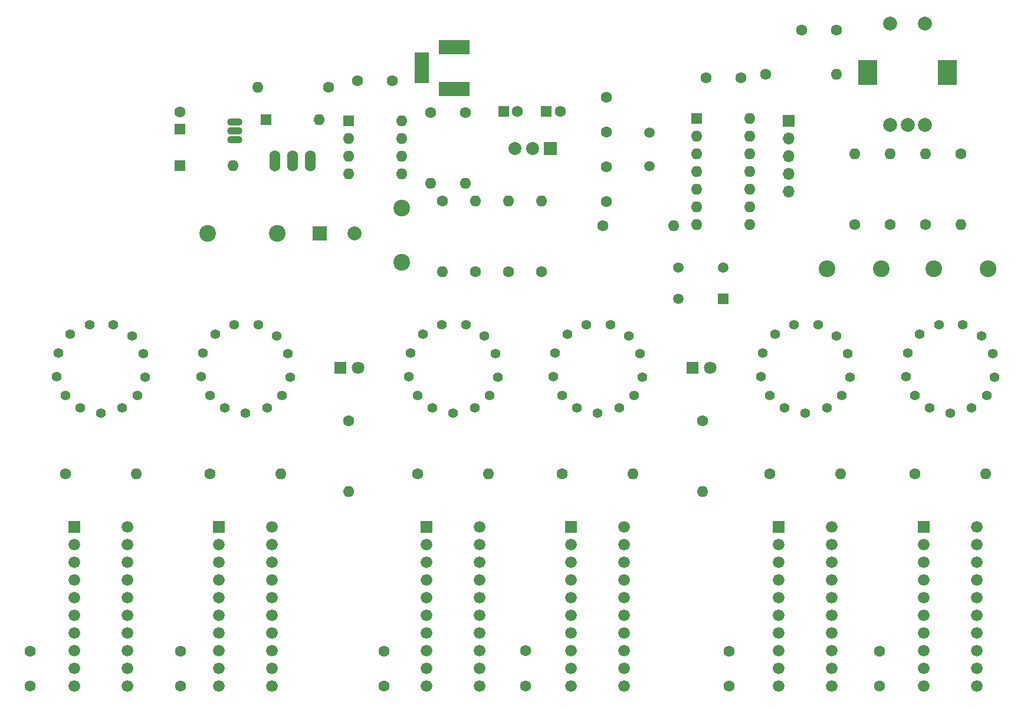
<source format=gbr>
%TF.GenerationSoftware,KiCad,Pcbnew,(6.0.1)*%
%TF.CreationDate,2022-04-13T12:15:00-04:00*%
%TF.ProjectId,Nixie Clock,4e697869-6520-4436-9c6f-636b2e6b6963,rev?*%
%TF.SameCoordinates,Original*%
%TF.FileFunction,Soldermask,Bot*%
%TF.FilePolarity,Negative*%
%FSLAX46Y46*%
G04 Gerber Fmt 4.6, Leading zero omitted, Abs format (unit mm)*
G04 Created by KiCad (PCBNEW (6.0.1)) date 2022-04-13 12:15:00*
%MOMM*%
%LPD*%
G01*
G04 APERTURE LIST*
%ADD10R,1.676400X1.676400*%
%ADD11C,1.676400*%
%ADD12R,1.700000X1.700000*%
%ADD13O,1.700000X1.700000*%
%ADD14C,1.408000*%
%ADD15C,1.600000*%
%ADD16O,1.600000X1.600000*%
%ADD17C,1.500000*%
%ADD18R,1.600000X1.600000*%
%ADD19R,1.800000X1.800000*%
%ADD20C,1.800000*%
%ADD21O,2.200000X1.100000*%
%ADD22C,2.400000*%
%ADD23R,1.860000X1.860000*%
%ADD24C,1.860000*%
%ADD25R,1.498000X1.498000*%
%ADD26C,1.498000*%
%ADD27C,2.000000*%
%ADD28R,2.800000X3.600000*%
%ADD29R,2.000000X2.000000*%
%ADD30O,1.524000X3.048000*%
%ADD31R,2.000000X4.500000*%
%ADD32R,4.500000X2.000000*%
G04 APERTURE END LIST*
D10*
%TO.C,U6*%
X153670000Y-115570000D03*
D11*
X153670000Y-118110000D03*
X153670000Y-120650000D03*
X153670000Y-123190000D03*
X153670000Y-125730000D03*
X153670000Y-128270000D03*
X153670000Y-130810000D03*
X153670000Y-133350000D03*
X153670000Y-135890000D03*
X153670000Y-138430000D03*
X161290000Y-138430000D03*
X161290000Y-135890000D03*
X161290000Y-133350000D03*
X161290000Y-130810000D03*
X161290000Y-128270000D03*
X161290000Y-125730000D03*
X161290000Y-123190000D03*
X161290000Y-120650000D03*
X161290000Y-118110000D03*
X161290000Y-115570000D03*
%TD*%
D12*
%TO.C,J2*%
X184900000Y-57225000D03*
D13*
X184900000Y-59765000D03*
X184900000Y-62305000D03*
X184900000Y-64845000D03*
X184900000Y-67385000D03*
%TD*%
D10*
%TO.C,U5*%
X183473884Y-115570000D03*
D11*
X183473884Y-118110000D03*
X183473884Y-120650000D03*
X183473884Y-123190000D03*
X183473884Y-125730000D03*
X183473884Y-128270000D03*
X183473884Y-130810000D03*
X183473884Y-133350000D03*
X183473884Y-135890000D03*
X183473884Y-138430000D03*
X191093884Y-138430000D03*
X191093884Y-135890000D03*
X191093884Y-133350000D03*
X191093884Y-130810000D03*
X191093884Y-128270000D03*
X191093884Y-125730000D03*
X191093884Y-123190000D03*
X191093884Y-120650000D03*
X191093884Y-118110000D03*
X191093884Y-115570000D03*
%TD*%
D14*
%TO.C,TBE3*%
X187283884Y-99187000D03*
X190387884Y-98462000D03*
X192515884Y-96683000D03*
X193676884Y-94017000D03*
X193372884Y-90647000D03*
X191752884Y-88116000D03*
X189105884Y-86497000D03*
X185662884Y-86467000D03*
X182935884Y-87864000D03*
X181163884Y-90556000D03*
X180933884Y-93980000D03*
X182203884Y-96647000D03*
X184305884Y-98435000D03*
%TD*%
D15*
%TO.C,R14*%
X202974632Y-107950000D03*
D16*
X213134632Y-107950000D03*
%TD*%
D17*
%TO.C,Y1*%
X164900000Y-58850000D03*
X164900000Y-63730000D03*
%TD*%
D15*
%TO.C,R22*%
X152400000Y-107950000D03*
D16*
X162560000Y-107950000D03*
%TD*%
D14*
%TO.C,TBE4*%
X106905374Y-99187000D03*
X110009374Y-98462000D03*
X112137374Y-96683000D03*
X113298374Y-94017000D03*
X112994374Y-90647000D03*
X111374374Y-88116000D03*
X108727374Y-86497000D03*
X105284374Y-86467000D03*
X102557374Y-87864000D03*
X100785374Y-90556000D03*
X100555374Y-93980000D03*
X101825374Y-96647000D03*
X103927374Y-98435000D03*
%TD*%
D18*
%TO.C,C1*%
X143944888Y-55800000D03*
D15*
X145944888Y-55800000D03*
%TD*%
%TO.C,R4*%
X149400000Y-78880000D03*
D16*
X149400000Y-68720000D03*
%TD*%
D10*
%TO.C,U4*%
X204244632Y-115570000D03*
D11*
X204244632Y-118110000D03*
X204244632Y-120650000D03*
X204244632Y-123190000D03*
X204244632Y-125730000D03*
X204244632Y-128270000D03*
X204244632Y-130810000D03*
X204244632Y-133350000D03*
X204244632Y-135890000D03*
X204244632Y-138430000D03*
X211864632Y-138430000D03*
X211864632Y-135890000D03*
X211864632Y-133350000D03*
X211864632Y-130810000D03*
X211864632Y-128270000D03*
X211864632Y-125730000D03*
X211864632Y-123190000D03*
X211864632Y-120650000D03*
X211864632Y-118110000D03*
X211864632Y-115570000D03*
%TD*%
D10*
%TO.C,U7*%
X132899258Y-115570000D03*
D11*
X132899258Y-118110000D03*
X132899258Y-120650000D03*
X132899258Y-123190000D03*
X132899258Y-125730000D03*
X132899258Y-128270000D03*
X132899258Y-130810000D03*
X132899258Y-133350000D03*
X132899258Y-135890000D03*
X132899258Y-138430000D03*
X140519258Y-138430000D03*
X140519258Y-135890000D03*
X140519258Y-133350000D03*
X140519258Y-130810000D03*
X140519258Y-128270000D03*
X140519258Y-125730000D03*
X140519258Y-123190000D03*
X140519258Y-120650000D03*
X140519258Y-118110000D03*
X140519258Y-115570000D03*
%TD*%
D14*
%TO.C,TBE5*%
X157480000Y-99187000D03*
X160584000Y-98462000D03*
X162712000Y-96683000D03*
X163873000Y-94017000D03*
X163569000Y-90647000D03*
X161949000Y-88116000D03*
X159302000Y-86497000D03*
X155859000Y-86467000D03*
X153132000Y-87864000D03*
X151360000Y-90556000D03*
X151130000Y-93980000D03*
X152400000Y-96647000D03*
X154502000Y-98435000D03*
%TD*%
%TO.C,TBE1*%
X208054632Y-99187000D03*
X211158632Y-98462000D03*
X213286632Y-96683000D03*
X214447632Y-94017000D03*
X214143632Y-90647000D03*
X212523632Y-88116000D03*
X209876632Y-86497000D03*
X206433632Y-86467000D03*
X203706632Y-87864000D03*
X201934632Y-90556000D03*
X201704632Y-93980000D03*
X202974632Y-96647000D03*
X205076632Y-98435000D03*
%TD*%
D15*
%TO.C,C8*%
X97564632Y-133390000D03*
X97564632Y-138390000D03*
%TD*%
D19*
%TO.C,NE1*%
X171106942Y-92710000D03*
D20*
X173646942Y-92710000D03*
%TD*%
D21*
%TO.C,Q1*%
X105377500Y-57330000D03*
X105377500Y-58600000D03*
X105377500Y-59870000D03*
%TD*%
D10*
%TO.C,U9*%
X82324632Y-115570000D03*
D11*
X82324632Y-118110000D03*
X82324632Y-120650000D03*
X82324632Y-123190000D03*
X82324632Y-125730000D03*
X82324632Y-128270000D03*
X82324632Y-130810000D03*
X82324632Y-133350000D03*
X82324632Y-135890000D03*
X82324632Y-138430000D03*
X89944632Y-138430000D03*
X89944632Y-135890000D03*
X89944632Y-133350000D03*
X89944632Y-130810000D03*
X89944632Y-128270000D03*
X89944632Y-125730000D03*
X89944632Y-123190000D03*
X89944632Y-120650000D03*
X89944632Y-118110000D03*
X89944632Y-115570000D03*
%TD*%
D15*
%TO.C,C15*%
X173000000Y-51030000D03*
X178000000Y-51030000D03*
%TD*%
%TO.C,R1*%
X138500000Y-56000000D03*
D16*
X138500000Y-66160000D03*
%TD*%
D18*
%TO.C,U2*%
X121700000Y-57200000D03*
D16*
X121700000Y-59740000D03*
X121700000Y-62280000D03*
X121700000Y-64820000D03*
X129320000Y-64820000D03*
X129320000Y-62280000D03*
X129320000Y-59740000D03*
X129320000Y-57200000D03*
%TD*%
D22*
%TO.C,C5*%
X129300000Y-69725000D03*
X129300000Y-77475000D03*
%TD*%
D23*
%TO.C,U1*%
X150640000Y-61200000D03*
D24*
X148100000Y-61200000D03*
X145560000Y-61200000D03*
%TD*%
D15*
%TO.C,C9*%
X126774632Y-133390000D03*
X126774632Y-138390000D03*
%TD*%
%TO.C,R15*%
X131629258Y-107950000D03*
D16*
X141789258Y-107950000D03*
%TD*%
D15*
%TO.C,R13*%
X181575000Y-50500000D03*
D16*
X191735000Y-50500000D03*
%TD*%
D15*
%TO.C,R16*%
X172494632Y-100330000D03*
D16*
X172494632Y-110490000D03*
%TD*%
D15*
%TO.C,R9*%
X194340000Y-72090000D03*
D16*
X194340000Y-61930000D03*
%TD*%
D15*
%TO.C,C12*%
X197894632Y-133390000D03*
X197894632Y-138390000D03*
%TD*%
D10*
%TO.C,U8*%
X103095374Y-115570000D03*
D11*
X103095374Y-118110000D03*
X103095374Y-120650000D03*
X103095374Y-123190000D03*
X103095374Y-125730000D03*
X103095374Y-128270000D03*
X103095374Y-130810000D03*
X103095374Y-133350000D03*
X103095374Y-135890000D03*
X103095374Y-138430000D03*
X110715374Y-138430000D03*
X110715374Y-135890000D03*
X110715374Y-133350000D03*
X110715374Y-130810000D03*
X110715374Y-128270000D03*
X110715374Y-125730000D03*
X110715374Y-123190000D03*
X110715374Y-120650000D03*
X110715374Y-118110000D03*
X110715374Y-115570000D03*
%TD*%
D15*
%TO.C,R12*%
X209580000Y-61930000D03*
D16*
X209580000Y-72090000D03*
%TD*%
D15*
%TO.C,R8*%
X158220000Y-72300000D03*
D16*
X168380000Y-72300000D03*
%TD*%
D15*
%TO.C,C6*%
X97500000Y-55900000D03*
D18*
X97500000Y-58400000D03*
%TD*%
D22*
%TO.C,C16*%
X198150000Y-78440000D03*
X190400000Y-78440000D03*
%TD*%
D25*
%TO.C,SW1*%
X175501500Y-82750000D03*
D26*
X169001500Y-82750000D03*
X175501500Y-78250000D03*
X169001500Y-78250000D03*
%TD*%
D15*
%TO.C,R17*%
X121694632Y-100330000D03*
D16*
X121694632Y-110490000D03*
%TD*%
D15*
%TO.C,C14*%
X158700000Y-63800000D03*
X158700000Y-68800000D03*
%TD*%
%TO.C,C7*%
X75974632Y-133390000D03*
X75974632Y-138390000D03*
%TD*%
%TO.C,R23*%
X81054632Y-107950000D03*
D16*
X91214632Y-107950000D03*
%TD*%
D18*
%TO.C,C2*%
X150100000Y-55800000D03*
D15*
X152100000Y-55800000D03*
%TD*%
%TO.C,C11*%
X176304632Y-133390000D03*
X176304632Y-138390000D03*
%TD*%
%TO.C,R11*%
X199420000Y-72090000D03*
D16*
X199420000Y-61930000D03*
%TD*%
D18*
%TO.C,U10*%
X171700000Y-56875000D03*
D16*
X171700000Y-59415000D03*
X171700000Y-61955000D03*
X171700000Y-64495000D03*
X171700000Y-67035000D03*
X171700000Y-69575000D03*
X171700000Y-72115000D03*
X179320000Y-72115000D03*
X179320000Y-69575000D03*
X179320000Y-67035000D03*
X179320000Y-64495000D03*
X179320000Y-61955000D03*
X179320000Y-59415000D03*
X179320000Y-56875000D03*
%TD*%
D15*
%TO.C,R10*%
X204500000Y-72090000D03*
D16*
X204500000Y-61930000D03*
%TD*%
D15*
%TO.C,C10*%
X147094632Y-133350000D03*
X147094632Y-138350000D03*
%TD*%
D27*
%TO.C,S1*%
X199460000Y-43250000D03*
X204460000Y-43250000D03*
D28*
X207660000Y-50250000D03*
X196260000Y-50250000D03*
D27*
X199460000Y-57750000D03*
X204460000Y-57750000D03*
X201960000Y-57750000D03*
%TD*%
D15*
%TO.C,R2*%
X133500000Y-56000000D03*
D16*
X133500000Y-66160000D03*
%TD*%
D29*
%TO.C,C4*%
X117532323Y-73400000D03*
D27*
X122532323Y-73400000D03*
%TD*%
D22*
%TO.C,L1*%
X111500000Y-73400000D03*
X101500000Y-73400000D03*
%TD*%
D30*
%TO.C,U3*%
X116200000Y-62940000D03*
X113660000Y-62940000D03*
X111120000Y-62940000D03*
%TD*%
D14*
%TO.C,TBE2*%
X136709258Y-99187000D03*
X139813258Y-98462000D03*
X141941258Y-96683000D03*
X143102258Y-94017000D03*
X142798258Y-90647000D03*
X141178258Y-88116000D03*
X138531258Y-86497000D03*
X135088258Y-86467000D03*
X132361258Y-87864000D03*
X130589258Y-90556000D03*
X130359258Y-93980000D03*
X131629258Y-96647000D03*
X133731258Y-98435000D03*
%TD*%
D16*
%TO.C,D1*%
X117520000Y-57000000D03*
D18*
X109900000Y-57000000D03*
%TD*%
D22*
%TO.C,C17*%
X205705000Y-78440000D03*
X213455000Y-78440000D03*
%TD*%
D15*
%TO.C,C3*%
X123000000Y-51400000D03*
X128000000Y-51400000D03*
%TD*%
%TO.C,R7*%
X144650000Y-78880000D03*
D16*
X144650000Y-68720000D03*
%TD*%
%TO.C,D2*%
X105110000Y-63600000D03*
D18*
X97490000Y-63600000D03*
%TD*%
D15*
%TO.C,R3*%
X118860000Y-52400000D03*
D16*
X108700000Y-52400000D03*
%TD*%
D15*
%TO.C,C13*%
X158700000Y-58800000D03*
X158700000Y-53800000D03*
%TD*%
D31*
%TO.C,J1*%
X132200000Y-49600000D03*
D32*
X136900000Y-46600000D03*
X136900000Y-52600000D03*
%TD*%
D15*
%TO.C,R20*%
X182203884Y-107950000D03*
D16*
X192363884Y-107950000D03*
%TD*%
D15*
%TO.C,R6*%
X139900000Y-78880000D03*
D16*
X139900000Y-68720000D03*
%TD*%
D15*
%TO.C,C18*%
X191695000Y-44150000D03*
X186695000Y-44150000D03*
%TD*%
%TO.C,R21*%
X101825374Y-107950000D03*
D16*
X111985374Y-107950000D03*
%TD*%
D15*
%TO.C,R5*%
X135150000Y-68720000D03*
D16*
X135150000Y-78880000D03*
%TD*%
D14*
%TO.C,TBE6*%
X86134632Y-99187000D03*
X89238632Y-98462000D03*
X91366632Y-96683000D03*
X92527632Y-94017000D03*
X92223632Y-90647000D03*
X90603632Y-88116000D03*
X87956632Y-86497000D03*
X84513632Y-86467000D03*
X81786632Y-87864000D03*
X80014632Y-90556000D03*
X79784632Y-93980000D03*
X81054632Y-96647000D03*
X83156632Y-98435000D03*
%TD*%
D19*
%TO.C,NE2*%
X120532316Y-92710000D03*
D20*
X123072316Y-92710000D03*
%TD*%
M02*

</source>
